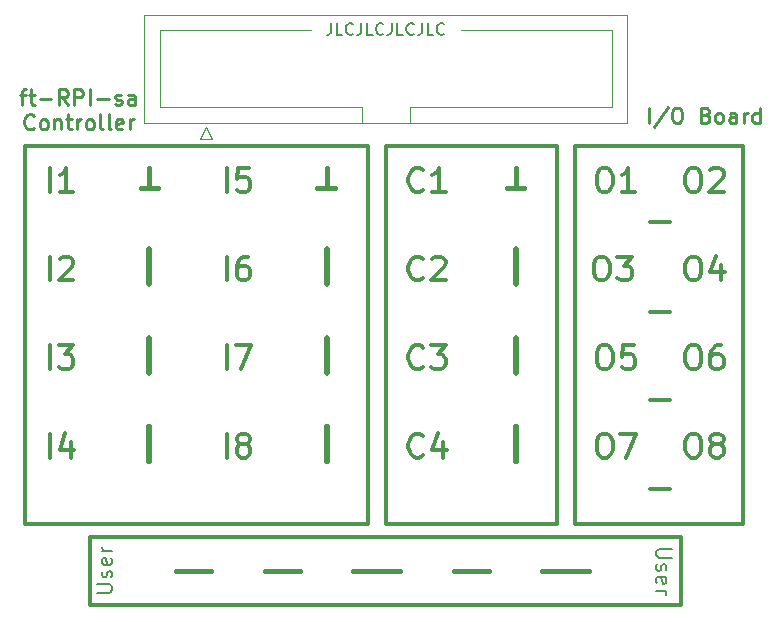
<source format=gto>
G04 #@! TF.GenerationSoftware,KiCad,Pcbnew,9.0.2*
G04 #@! TF.CreationDate,2025-06-10T18:41:31+02:00*
G04 #@! TF.ProjectId,RPI-Electronics_IO-Card.pro,5250492d-456c-4656-9374-726f6e696373,rev?*
G04 #@! TF.SameCoordinates,Original*
G04 #@! TF.FileFunction,Legend,Top*
G04 #@! TF.FilePolarity,Positive*
%FSLAX46Y46*%
G04 Gerber Fmt 4.6, Leading zero omitted, Abs format (unit mm)*
G04 Created by KiCad (PCBNEW 9.0.2) date 2025-06-10 18:41:31*
%MOMM*%
%LPD*%
G01*
G04 APERTURE LIST*
G04 Aperture macros list*
%AMFreePoly0*
4,1,5,0.750000,-0.750000,-0.750000,-0.750000,-0.750000,0.750000,0.750000,0.750000,0.750000,-0.750000,0.750000,-0.750000,$1*%
G04 Aperture macros list end*
%ADD10C,0.500000*%
%ADD11C,0.400000*%
%ADD12C,0.300000*%
%ADD13C,0.200000*%
%ADD14C,0.150000*%
%ADD15C,0.250000*%
%ADD16C,0.120000*%
%ADD17C,4.100000*%
%ADD18C,3.200000*%
%ADD19FreePoly0,90.000000*%
G04 APERTURE END LIST*
D10*
X137990000Y-91320000D02*
X137990000Y-88320000D01*
X153990000Y-83820000D02*
X153990000Y-80820000D01*
D11*
X137990000Y-66445000D02*
X137990000Y-68195000D01*
X122990000Y-66445000D02*
X122990000Y-68195000D01*
X122240000Y-68195000D02*
X123740000Y-68195000D01*
D12*
X165390000Y-86070000D02*
X167090000Y-86070000D01*
D11*
X125240000Y-100570000D02*
X128240000Y-100570000D01*
X137190000Y-68195000D02*
X138690000Y-68195000D01*
X156240000Y-100570000D02*
X160240000Y-100570000D01*
D12*
X158990000Y-64570000D02*
X173240000Y-64570000D01*
X173240000Y-96570000D01*
X158990000Y-96570000D01*
X158990000Y-64570000D01*
D11*
X132740000Y-100570000D02*
X135740000Y-100570000D01*
D12*
X165390000Y-93670000D02*
X167090000Y-93670000D01*
D10*
X153990000Y-76320000D02*
X153990000Y-73320000D01*
X122990000Y-83820000D02*
X122990000Y-80820000D01*
X122990000Y-91320000D02*
X122990000Y-88320000D01*
D12*
X142990000Y-64570000D02*
X157490000Y-64570000D01*
X157490000Y-96570000D01*
X142990000Y-96570000D01*
X142990000Y-64570000D01*
D11*
X140240000Y-100570000D02*
X144240000Y-100570000D01*
D12*
X112490000Y-64570000D02*
X141490000Y-64570000D01*
X141490000Y-96570000D01*
X112490000Y-96570000D01*
X112490000Y-64570000D01*
D10*
X153990000Y-91320000D02*
X153990000Y-88320000D01*
D12*
X118000000Y-97750000D02*
X168000000Y-97750000D01*
X168000000Y-103500000D01*
X118000000Y-103500000D01*
X118000000Y-97750000D01*
D10*
X122990000Y-76320000D02*
X122990000Y-73320000D01*
D11*
X153240000Y-68195000D02*
X154740000Y-68195000D01*
X148740000Y-100570000D02*
X151740000Y-100570000D01*
D10*
X137990000Y-83820000D02*
X137990000Y-80820000D01*
D11*
X153990000Y-66445000D02*
X153990000Y-68195000D01*
D12*
X165390000Y-71070000D02*
X167090000Y-71070000D01*
D10*
X137990000Y-76320000D02*
X137990000Y-73320000D01*
D12*
X165390000Y-78670000D02*
X167090000Y-78670000D01*
D13*
X118531004Y-102427143D02*
X119583385Y-102427143D01*
X119583385Y-102427143D02*
X119707195Y-102365238D01*
X119707195Y-102365238D02*
X119769100Y-102303333D01*
X119769100Y-102303333D02*
X119831004Y-102179524D01*
X119831004Y-102179524D02*
X119831004Y-101931905D01*
X119831004Y-101931905D02*
X119769100Y-101808095D01*
X119769100Y-101808095D02*
X119707195Y-101746190D01*
X119707195Y-101746190D02*
X119583385Y-101684286D01*
X119583385Y-101684286D02*
X118531004Y-101684286D01*
X119769100Y-101127142D02*
X119831004Y-101003333D01*
X119831004Y-101003333D02*
X119831004Y-100755714D01*
X119831004Y-100755714D02*
X119769100Y-100631904D01*
X119769100Y-100631904D02*
X119645290Y-100570000D01*
X119645290Y-100570000D02*
X119583385Y-100570000D01*
X119583385Y-100570000D02*
X119459576Y-100631904D01*
X119459576Y-100631904D02*
X119397671Y-100755714D01*
X119397671Y-100755714D02*
X119397671Y-100941428D01*
X119397671Y-100941428D02*
X119335766Y-101065238D01*
X119335766Y-101065238D02*
X119211957Y-101127142D01*
X119211957Y-101127142D02*
X119150052Y-101127142D01*
X119150052Y-101127142D02*
X119026242Y-101065238D01*
X119026242Y-101065238D02*
X118964338Y-100941428D01*
X118964338Y-100941428D02*
X118964338Y-100755714D01*
X118964338Y-100755714D02*
X119026242Y-100631904D01*
X119769100Y-99517619D02*
X119831004Y-99641428D01*
X119831004Y-99641428D02*
X119831004Y-99889047D01*
X119831004Y-99889047D02*
X119769100Y-100012857D01*
X119769100Y-100012857D02*
X119645290Y-100074761D01*
X119645290Y-100074761D02*
X119150052Y-100074761D01*
X119150052Y-100074761D02*
X119026242Y-100012857D01*
X119026242Y-100012857D02*
X118964338Y-99889047D01*
X118964338Y-99889047D02*
X118964338Y-99641428D01*
X118964338Y-99641428D02*
X119026242Y-99517619D01*
X119026242Y-99517619D02*
X119150052Y-99455714D01*
X119150052Y-99455714D02*
X119273861Y-99455714D01*
X119273861Y-99455714D02*
X119397671Y-100074761D01*
X119831004Y-98898571D02*
X118964338Y-98898571D01*
X119211957Y-98898571D02*
X119088147Y-98836666D01*
X119088147Y-98836666D02*
X119026242Y-98774761D01*
X119026242Y-98774761D02*
X118964338Y-98650952D01*
X118964338Y-98650952D02*
X118964338Y-98527142D01*
X167198995Y-98712856D02*
X166146614Y-98712856D01*
X166146614Y-98712856D02*
X166022804Y-98774761D01*
X166022804Y-98774761D02*
X165960900Y-98836666D01*
X165960900Y-98836666D02*
X165898995Y-98960475D01*
X165898995Y-98960475D02*
X165898995Y-99208094D01*
X165898995Y-99208094D02*
X165960900Y-99331904D01*
X165960900Y-99331904D02*
X166022804Y-99393809D01*
X166022804Y-99393809D02*
X166146614Y-99455713D01*
X166146614Y-99455713D02*
X167198995Y-99455713D01*
X165960900Y-100012857D02*
X165898995Y-100136666D01*
X165898995Y-100136666D02*
X165898995Y-100384285D01*
X165898995Y-100384285D02*
X165960900Y-100508095D01*
X165960900Y-100508095D02*
X166084709Y-100569999D01*
X166084709Y-100569999D02*
X166146614Y-100569999D01*
X166146614Y-100569999D02*
X166270423Y-100508095D01*
X166270423Y-100508095D02*
X166332328Y-100384285D01*
X166332328Y-100384285D02*
X166332328Y-100198571D01*
X166332328Y-100198571D02*
X166394233Y-100074761D01*
X166394233Y-100074761D02*
X166518042Y-100012857D01*
X166518042Y-100012857D02*
X166579947Y-100012857D01*
X166579947Y-100012857D02*
X166703757Y-100074761D01*
X166703757Y-100074761D02*
X166765661Y-100198571D01*
X166765661Y-100198571D02*
X166765661Y-100384285D01*
X166765661Y-100384285D02*
X166703757Y-100508095D01*
X165960900Y-101622380D02*
X165898995Y-101498571D01*
X165898995Y-101498571D02*
X165898995Y-101250952D01*
X165898995Y-101250952D02*
X165960900Y-101127142D01*
X165960900Y-101127142D02*
X166084709Y-101065238D01*
X166084709Y-101065238D02*
X166579947Y-101065238D01*
X166579947Y-101065238D02*
X166703757Y-101127142D01*
X166703757Y-101127142D02*
X166765661Y-101250952D01*
X166765661Y-101250952D02*
X166765661Y-101498571D01*
X166765661Y-101498571D02*
X166703757Y-101622380D01*
X166703757Y-101622380D02*
X166579947Y-101684285D01*
X166579947Y-101684285D02*
X166456138Y-101684285D01*
X166456138Y-101684285D02*
X166332328Y-101065238D01*
X165898995Y-102241428D02*
X166765661Y-102241428D01*
X166518042Y-102241428D02*
X166641852Y-102303333D01*
X166641852Y-102303333D02*
X166703757Y-102365238D01*
X166703757Y-102365238D02*
X166765661Y-102489047D01*
X166765661Y-102489047D02*
X166765661Y-102612857D01*
D14*
X138370951Y-54191819D02*
X138370951Y-54906104D01*
X138370951Y-54906104D02*
X138323332Y-55048961D01*
X138323332Y-55048961D02*
X138228094Y-55144200D01*
X138228094Y-55144200D02*
X138085237Y-55191819D01*
X138085237Y-55191819D02*
X137989999Y-55191819D01*
X139323332Y-55191819D02*
X138847142Y-55191819D01*
X138847142Y-55191819D02*
X138847142Y-54191819D01*
X140228094Y-55096580D02*
X140180475Y-55144200D01*
X140180475Y-55144200D02*
X140037618Y-55191819D01*
X140037618Y-55191819D02*
X139942380Y-55191819D01*
X139942380Y-55191819D02*
X139799523Y-55144200D01*
X139799523Y-55144200D02*
X139704285Y-55048961D01*
X139704285Y-55048961D02*
X139656666Y-54953723D01*
X139656666Y-54953723D02*
X139609047Y-54763247D01*
X139609047Y-54763247D02*
X139609047Y-54620390D01*
X139609047Y-54620390D02*
X139656666Y-54429914D01*
X139656666Y-54429914D02*
X139704285Y-54334676D01*
X139704285Y-54334676D02*
X139799523Y-54239438D01*
X139799523Y-54239438D02*
X139942380Y-54191819D01*
X139942380Y-54191819D02*
X140037618Y-54191819D01*
X140037618Y-54191819D02*
X140180475Y-54239438D01*
X140180475Y-54239438D02*
X140228094Y-54287057D01*
X140942380Y-54191819D02*
X140942380Y-54906104D01*
X140942380Y-54906104D02*
X140894761Y-55048961D01*
X140894761Y-55048961D02*
X140799523Y-55144200D01*
X140799523Y-55144200D02*
X140656666Y-55191819D01*
X140656666Y-55191819D02*
X140561428Y-55191819D01*
X141894761Y-55191819D02*
X141418571Y-55191819D01*
X141418571Y-55191819D02*
X141418571Y-54191819D01*
X142799523Y-55096580D02*
X142751904Y-55144200D01*
X142751904Y-55144200D02*
X142609047Y-55191819D01*
X142609047Y-55191819D02*
X142513809Y-55191819D01*
X142513809Y-55191819D02*
X142370952Y-55144200D01*
X142370952Y-55144200D02*
X142275714Y-55048961D01*
X142275714Y-55048961D02*
X142228095Y-54953723D01*
X142228095Y-54953723D02*
X142180476Y-54763247D01*
X142180476Y-54763247D02*
X142180476Y-54620390D01*
X142180476Y-54620390D02*
X142228095Y-54429914D01*
X142228095Y-54429914D02*
X142275714Y-54334676D01*
X142275714Y-54334676D02*
X142370952Y-54239438D01*
X142370952Y-54239438D02*
X142513809Y-54191819D01*
X142513809Y-54191819D02*
X142609047Y-54191819D01*
X142609047Y-54191819D02*
X142751904Y-54239438D01*
X142751904Y-54239438D02*
X142799523Y-54287057D01*
X143513809Y-54191819D02*
X143513809Y-54906104D01*
X143513809Y-54906104D02*
X143466190Y-55048961D01*
X143466190Y-55048961D02*
X143370952Y-55144200D01*
X143370952Y-55144200D02*
X143228095Y-55191819D01*
X143228095Y-55191819D02*
X143132857Y-55191819D01*
X144466190Y-55191819D02*
X143990000Y-55191819D01*
X143990000Y-55191819D02*
X143990000Y-54191819D01*
X145370952Y-55096580D02*
X145323333Y-55144200D01*
X145323333Y-55144200D02*
X145180476Y-55191819D01*
X145180476Y-55191819D02*
X145085238Y-55191819D01*
X145085238Y-55191819D02*
X144942381Y-55144200D01*
X144942381Y-55144200D02*
X144847143Y-55048961D01*
X144847143Y-55048961D02*
X144799524Y-54953723D01*
X144799524Y-54953723D02*
X144751905Y-54763247D01*
X144751905Y-54763247D02*
X144751905Y-54620390D01*
X144751905Y-54620390D02*
X144799524Y-54429914D01*
X144799524Y-54429914D02*
X144847143Y-54334676D01*
X144847143Y-54334676D02*
X144942381Y-54239438D01*
X144942381Y-54239438D02*
X145085238Y-54191819D01*
X145085238Y-54191819D02*
X145180476Y-54191819D01*
X145180476Y-54191819D02*
X145323333Y-54239438D01*
X145323333Y-54239438D02*
X145370952Y-54287057D01*
X146085238Y-54191819D02*
X146085238Y-54906104D01*
X146085238Y-54906104D02*
X146037619Y-55048961D01*
X146037619Y-55048961D02*
X145942381Y-55144200D01*
X145942381Y-55144200D02*
X145799524Y-55191819D01*
X145799524Y-55191819D02*
X145704286Y-55191819D01*
X147037619Y-55191819D02*
X146561429Y-55191819D01*
X146561429Y-55191819D02*
X146561429Y-54191819D01*
X147942381Y-55096580D02*
X147894762Y-55144200D01*
X147894762Y-55144200D02*
X147751905Y-55191819D01*
X147751905Y-55191819D02*
X147656667Y-55191819D01*
X147656667Y-55191819D02*
X147513810Y-55144200D01*
X147513810Y-55144200D02*
X147418572Y-55048961D01*
X147418572Y-55048961D02*
X147370953Y-54953723D01*
X147370953Y-54953723D02*
X147323334Y-54763247D01*
X147323334Y-54763247D02*
X147323334Y-54620390D01*
X147323334Y-54620390D02*
X147370953Y-54429914D01*
X147370953Y-54429914D02*
X147418572Y-54334676D01*
X147418572Y-54334676D02*
X147513810Y-54239438D01*
X147513810Y-54239438D02*
X147656667Y-54191819D01*
X147656667Y-54191819D02*
X147751905Y-54191819D01*
X147751905Y-54191819D02*
X147894762Y-54239438D01*
X147894762Y-54239438D02*
X147942381Y-54287057D01*
D15*
X112037619Y-60245275D02*
X112532857Y-60245275D01*
X112223333Y-61111941D02*
X112223333Y-59997656D01*
X112223333Y-59997656D02*
X112285238Y-59873846D01*
X112285238Y-59873846D02*
X112409048Y-59811941D01*
X112409048Y-59811941D02*
X112532857Y-59811941D01*
X112780476Y-60245275D02*
X113275714Y-60245275D01*
X112966190Y-59811941D02*
X112966190Y-60926227D01*
X112966190Y-60926227D02*
X113028095Y-61050037D01*
X113028095Y-61050037D02*
X113151905Y-61111941D01*
X113151905Y-61111941D02*
X113275714Y-61111941D01*
X113709047Y-60616703D02*
X114699524Y-60616703D01*
X116061428Y-61111941D02*
X115628095Y-60492894D01*
X115318571Y-61111941D02*
X115318571Y-59811941D01*
X115318571Y-59811941D02*
X115813809Y-59811941D01*
X115813809Y-59811941D02*
X115937619Y-59873846D01*
X115937619Y-59873846D02*
X115999524Y-59935751D01*
X115999524Y-59935751D02*
X116061428Y-60059560D01*
X116061428Y-60059560D02*
X116061428Y-60245275D01*
X116061428Y-60245275D02*
X115999524Y-60369084D01*
X115999524Y-60369084D02*
X115937619Y-60430989D01*
X115937619Y-60430989D02*
X115813809Y-60492894D01*
X115813809Y-60492894D02*
X115318571Y-60492894D01*
X116618571Y-61111941D02*
X116618571Y-59811941D01*
X116618571Y-59811941D02*
X117113809Y-59811941D01*
X117113809Y-59811941D02*
X117237619Y-59873846D01*
X117237619Y-59873846D02*
X117299524Y-59935751D01*
X117299524Y-59935751D02*
X117361428Y-60059560D01*
X117361428Y-60059560D02*
X117361428Y-60245275D01*
X117361428Y-60245275D02*
X117299524Y-60369084D01*
X117299524Y-60369084D02*
X117237619Y-60430989D01*
X117237619Y-60430989D02*
X117113809Y-60492894D01*
X117113809Y-60492894D02*
X116618571Y-60492894D01*
X117918571Y-61111941D02*
X117918571Y-59811941D01*
X118537619Y-60616703D02*
X119528096Y-60616703D01*
X120085239Y-61050037D02*
X120209048Y-61111941D01*
X120209048Y-61111941D02*
X120456667Y-61111941D01*
X120456667Y-61111941D02*
X120580477Y-61050037D01*
X120580477Y-61050037D02*
X120642381Y-60926227D01*
X120642381Y-60926227D02*
X120642381Y-60864322D01*
X120642381Y-60864322D02*
X120580477Y-60740513D01*
X120580477Y-60740513D02*
X120456667Y-60678608D01*
X120456667Y-60678608D02*
X120270953Y-60678608D01*
X120270953Y-60678608D02*
X120147143Y-60616703D01*
X120147143Y-60616703D02*
X120085239Y-60492894D01*
X120085239Y-60492894D02*
X120085239Y-60430989D01*
X120085239Y-60430989D02*
X120147143Y-60307179D01*
X120147143Y-60307179D02*
X120270953Y-60245275D01*
X120270953Y-60245275D02*
X120456667Y-60245275D01*
X120456667Y-60245275D02*
X120580477Y-60307179D01*
X121756667Y-61111941D02*
X121756667Y-60430989D01*
X121756667Y-60430989D02*
X121694762Y-60307179D01*
X121694762Y-60307179D02*
X121570953Y-60245275D01*
X121570953Y-60245275D02*
X121323334Y-60245275D01*
X121323334Y-60245275D02*
X121199524Y-60307179D01*
X121756667Y-61050037D02*
X121632858Y-61111941D01*
X121632858Y-61111941D02*
X121323334Y-61111941D01*
X121323334Y-61111941D02*
X121199524Y-61050037D01*
X121199524Y-61050037D02*
X121137620Y-60926227D01*
X121137620Y-60926227D02*
X121137620Y-60802417D01*
X121137620Y-60802417D02*
X121199524Y-60678608D01*
X121199524Y-60678608D02*
X121323334Y-60616703D01*
X121323334Y-60616703D02*
X121632858Y-60616703D01*
X121632858Y-60616703D02*
X121756667Y-60554798D01*
X113213810Y-63081059D02*
X113151906Y-63142964D01*
X113151906Y-63142964D02*
X112966191Y-63204868D01*
X112966191Y-63204868D02*
X112842382Y-63204868D01*
X112842382Y-63204868D02*
X112656668Y-63142964D01*
X112656668Y-63142964D02*
X112532858Y-63019154D01*
X112532858Y-63019154D02*
X112470953Y-62895344D01*
X112470953Y-62895344D02*
X112409049Y-62647725D01*
X112409049Y-62647725D02*
X112409049Y-62462011D01*
X112409049Y-62462011D02*
X112470953Y-62214392D01*
X112470953Y-62214392D02*
X112532858Y-62090583D01*
X112532858Y-62090583D02*
X112656668Y-61966773D01*
X112656668Y-61966773D02*
X112842382Y-61904868D01*
X112842382Y-61904868D02*
X112966191Y-61904868D01*
X112966191Y-61904868D02*
X113151906Y-61966773D01*
X113151906Y-61966773D02*
X113213810Y-62028678D01*
X113956668Y-63204868D02*
X113832858Y-63142964D01*
X113832858Y-63142964D02*
X113770953Y-63081059D01*
X113770953Y-63081059D02*
X113709049Y-62957249D01*
X113709049Y-62957249D02*
X113709049Y-62585821D01*
X113709049Y-62585821D02*
X113770953Y-62462011D01*
X113770953Y-62462011D02*
X113832858Y-62400106D01*
X113832858Y-62400106D02*
X113956668Y-62338202D01*
X113956668Y-62338202D02*
X114142382Y-62338202D01*
X114142382Y-62338202D02*
X114266191Y-62400106D01*
X114266191Y-62400106D02*
X114328096Y-62462011D01*
X114328096Y-62462011D02*
X114390001Y-62585821D01*
X114390001Y-62585821D02*
X114390001Y-62957249D01*
X114390001Y-62957249D02*
X114328096Y-63081059D01*
X114328096Y-63081059D02*
X114266191Y-63142964D01*
X114266191Y-63142964D02*
X114142382Y-63204868D01*
X114142382Y-63204868D02*
X113956668Y-63204868D01*
X114947143Y-62338202D02*
X114947143Y-63204868D01*
X114947143Y-62462011D02*
X115009048Y-62400106D01*
X115009048Y-62400106D02*
X115132858Y-62338202D01*
X115132858Y-62338202D02*
X115318572Y-62338202D01*
X115318572Y-62338202D02*
X115442381Y-62400106D01*
X115442381Y-62400106D02*
X115504286Y-62523916D01*
X115504286Y-62523916D02*
X115504286Y-63204868D01*
X115937619Y-62338202D02*
X116432857Y-62338202D01*
X116123333Y-61904868D02*
X116123333Y-63019154D01*
X116123333Y-63019154D02*
X116185238Y-63142964D01*
X116185238Y-63142964D02*
X116309048Y-63204868D01*
X116309048Y-63204868D02*
X116432857Y-63204868D01*
X116866190Y-63204868D02*
X116866190Y-62338202D01*
X116866190Y-62585821D02*
X116928095Y-62462011D01*
X116928095Y-62462011D02*
X116990000Y-62400106D01*
X116990000Y-62400106D02*
X117113809Y-62338202D01*
X117113809Y-62338202D02*
X117237619Y-62338202D01*
X117856667Y-63204868D02*
X117732857Y-63142964D01*
X117732857Y-63142964D02*
X117670952Y-63081059D01*
X117670952Y-63081059D02*
X117609048Y-62957249D01*
X117609048Y-62957249D02*
X117609048Y-62585821D01*
X117609048Y-62585821D02*
X117670952Y-62462011D01*
X117670952Y-62462011D02*
X117732857Y-62400106D01*
X117732857Y-62400106D02*
X117856667Y-62338202D01*
X117856667Y-62338202D02*
X118042381Y-62338202D01*
X118042381Y-62338202D02*
X118166190Y-62400106D01*
X118166190Y-62400106D02*
X118228095Y-62462011D01*
X118228095Y-62462011D02*
X118290000Y-62585821D01*
X118290000Y-62585821D02*
X118290000Y-62957249D01*
X118290000Y-62957249D02*
X118228095Y-63081059D01*
X118228095Y-63081059D02*
X118166190Y-63142964D01*
X118166190Y-63142964D02*
X118042381Y-63204868D01*
X118042381Y-63204868D02*
X117856667Y-63204868D01*
X119032857Y-63204868D02*
X118909047Y-63142964D01*
X118909047Y-63142964D02*
X118847142Y-63019154D01*
X118847142Y-63019154D02*
X118847142Y-61904868D01*
X119713809Y-63204868D02*
X119589999Y-63142964D01*
X119589999Y-63142964D02*
X119528094Y-63019154D01*
X119528094Y-63019154D02*
X119528094Y-61904868D01*
X120704284Y-63142964D02*
X120580475Y-63204868D01*
X120580475Y-63204868D02*
X120332856Y-63204868D01*
X120332856Y-63204868D02*
X120209046Y-63142964D01*
X120209046Y-63142964D02*
X120147142Y-63019154D01*
X120147142Y-63019154D02*
X120147142Y-62523916D01*
X120147142Y-62523916D02*
X120209046Y-62400106D01*
X120209046Y-62400106D02*
X120332856Y-62338202D01*
X120332856Y-62338202D02*
X120580475Y-62338202D01*
X120580475Y-62338202D02*
X120704284Y-62400106D01*
X120704284Y-62400106D02*
X120766189Y-62523916D01*
X120766189Y-62523916D02*
X120766189Y-62647725D01*
X120766189Y-62647725D02*
X120147142Y-62771535D01*
X121323332Y-63204868D02*
X121323332Y-62338202D01*
X121323332Y-62585821D02*
X121385237Y-62462011D01*
X121385237Y-62462011D02*
X121447142Y-62400106D01*
X121447142Y-62400106D02*
X121570951Y-62338202D01*
X121570951Y-62338202D02*
X121694761Y-62338202D01*
X165316190Y-62658404D02*
X165316190Y-61358404D01*
X166863810Y-61296500D02*
X165749524Y-62967928D01*
X167544762Y-61358404D02*
X167792381Y-61358404D01*
X167792381Y-61358404D02*
X167916191Y-61420309D01*
X167916191Y-61420309D02*
X168040000Y-61544119D01*
X168040000Y-61544119D02*
X168101905Y-61791738D01*
X168101905Y-61791738D02*
X168101905Y-62225071D01*
X168101905Y-62225071D02*
X168040000Y-62472690D01*
X168040000Y-62472690D02*
X167916191Y-62596500D01*
X167916191Y-62596500D02*
X167792381Y-62658404D01*
X167792381Y-62658404D02*
X167544762Y-62658404D01*
X167544762Y-62658404D02*
X167420953Y-62596500D01*
X167420953Y-62596500D02*
X167297143Y-62472690D01*
X167297143Y-62472690D02*
X167235239Y-62225071D01*
X167235239Y-62225071D02*
X167235239Y-61791738D01*
X167235239Y-61791738D02*
X167297143Y-61544119D01*
X167297143Y-61544119D02*
X167420953Y-61420309D01*
X167420953Y-61420309D02*
X167544762Y-61358404D01*
X170082858Y-61977452D02*
X170268572Y-62039357D01*
X170268572Y-62039357D02*
X170330477Y-62101261D01*
X170330477Y-62101261D02*
X170392381Y-62225071D01*
X170392381Y-62225071D02*
X170392381Y-62410785D01*
X170392381Y-62410785D02*
X170330477Y-62534595D01*
X170330477Y-62534595D02*
X170268572Y-62596500D01*
X170268572Y-62596500D02*
X170144762Y-62658404D01*
X170144762Y-62658404D02*
X169649524Y-62658404D01*
X169649524Y-62658404D02*
X169649524Y-61358404D01*
X169649524Y-61358404D02*
X170082858Y-61358404D01*
X170082858Y-61358404D02*
X170206667Y-61420309D01*
X170206667Y-61420309D02*
X170268572Y-61482214D01*
X170268572Y-61482214D02*
X170330477Y-61606023D01*
X170330477Y-61606023D02*
X170330477Y-61729833D01*
X170330477Y-61729833D02*
X170268572Y-61853642D01*
X170268572Y-61853642D02*
X170206667Y-61915547D01*
X170206667Y-61915547D02*
X170082858Y-61977452D01*
X170082858Y-61977452D02*
X169649524Y-61977452D01*
X171135239Y-62658404D02*
X171011429Y-62596500D01*
X171011429Y-62596500D02*
X170949524Y-62534595D01*
X170949524Y-62534595D02*
X170887620Y-62410785D01*
X170887620Y-62410785D02*
X170887620Y-62039357D01*
X170887620Y-62039357D02*
X170949524Y-61915547D01*
X170949524Y-61915547D02*
X171011429Y-61853642D01*
X171011429Y-61853642D02*
X171135239Y-61791738D01*
X171135239Y-61791738D02*
X171320953Y-61791738D01*
X171320953Y-61791738D02*
X171444762Y-61853642D01*
X171444762Y-61853642D02*
X171506667Y-61915547D01*
X171506667Y-61915547D02*
X171568572Y-62039357D01*
X171568572Y-62039357D02*
X171568572Y-62410785D01*
X171568572Y-62410785D02*
X171506667Y-62534595D01*
X171506667Y-62534595D02*
X171444762Y-62596500D01*
X171444762Y-62596500D02*
X171320953Y-62658404D01*
X171320953Y-62658404D02*
X171135239Y-62658404D01*
X172682857Y-62658404D02*
X172682857Y-61977452D01*
X172682857Y-61977452D02*
X172620952Y-61853642D01*
X172620952Y-61853642D02*
X172497143Y-61791738D01*
X172497143Y-61791738D02*
X172249524Y-61791738D01*
X172249524Y-61791738D02*
X172125714Y-61853642D01*
X172682857Y-62596500D02*
X172559048Y-62658404D01*
X172559048Y-62658404D02*
X172249524Y-62658404D01*
X172249524Y-62658404D02*
X172125714Y-62596500D01*
X172125714Y-62596500D02*
X172063810Y-62472690D01*
X172063810Y-62472690D02*
X172063810Y-62348880D01*
X172063810Y-62348880D02*
X172125714Y-62225071D01*
X172125714Y-62225071D02*
X172249524Y-62163166D01*
X172249524Y-62163166D02*
X172559048Y-62163166D01*
X172559048Y-62163166D02*
X172682857Y-62101261D01*
X173301904Y-62658404D02*
X173301904Y-61791738D01*
X173301904Y-62039357D02*
X173363809Y-61915547D01*
X173363809Y-61915547D02*
X173425714Y-61853642D01*
X173425714Y-61853642D02*
X173549523Y-61791738D01*
X173549523Y-61791738D02*
X173673333Y-61791738D01*
X174663809Y-62658404D02*
X174663809Y-61358404D01*
X174663809Y-62596500D02*
X174540000Y-62658404D01*
X174540000Y-62658404D02*
X174292381Y-62658404D01*
X174292381Y-62658404D02*
X174168571Y-62596500D01*
X174168571Y-62596500D02*
X174106666Y-62534595D01*
X174106666Y-62534595D02*
X174044762Y-62410785D01*
X174044762Y-62410785D02*
X174044762Y-62039357D01*
X174044762Y-62039357D02*
X174106666Y-61915547D01*
X174106666Y-61915547D02*
X174168571Y-61853642D01*
X174168571Y-61853642D02*
X174292381Y-61791738D01*
X174292381Y-61791738D02*
X174540000Y-61791738D01*
X174540000Y-61791738D02*
X174663809Y-61853642D01*
D12*
X129537619Y-83479638D02*
X129537619Y-81479638D01*
X130299524Y-81479638D02*
X131632857Y-81479638D01*
X131632857Y-81479638D02*
X130775714Y-83479638D01*
X168847142Y-73979638D02*
X169228095Y-73979638D01*
X169228095Y-73979638D02*
X169418571Y-74074876D01*
X169418571Y-74074876D02*
X169609047Y-74265352D01*
X169609047Y-74265352D02*
X169704285Y-74646304D01*
X169704285Y-74646304D02*
X169704285Y-75312971D01*
X169704285Y-75312971D02*
X169609047Y-75693923D01*
X169609047Y-75693923D02*
X169418571Y-75884400D01*
X169418571Y-75884400D02*
X169228095Y-75979638D01*
X169228095Y-75979638D02*
X168847142Y-75979638D01*
X168847142Y-75979638D02*
X168656666Y-75884400D01*
X168656666Y-75884400D02*
X168466190Y-75693923D01*
X168466190Y-75693923D02*
X168370952Y-75312971D01*
X168370952Y-75312971D02*
X168370952Y-74646304D01*
X168370952Y-74646304D02*
X168466190Y-74265352D01*
X168466190Y-74265352D02*
X168656666Y-74074876D01*
X168656666Y-74074876D02*
X168847142Y-73979638D01*
X171418571Y-74646304D02*
X171418571Y-75979638D01*
X170942380Y-73884400D02*
X170466190Y-75312971D01*
X170466190Y-75312971D02*
X171704285Y-75312971D01*
X161097142Y-73979638D02*
X161478095Y-73979638D01*
X161478095Y-73979638D02*
X161668571Y-74074876D01*
X161668571Y-74074876D02*
X161859047Y-74265352D01*
X161859047Y-74265352D02*
X161954285Y-74646304D01*
X161954285Y-74646304D02*
X161954285Y-75312971D01*
X161954285Y-75312971D02*
X161859047Y-75693923D01*
X161859047Y-75693923D02*
X161668571Y-75884400D01*
X161668571Y-75884400D02*
X161478095Y-75979638D01*
X161478095Y-75979638D02*
X161097142Y-75979638D01*
X161097142Y-75979638D02*
X160906666Y-75884400D01*
X160906666Y-75884400D02*
X160716190Y-75693923D01*
X160716190Y-75693923D02*
X160620952Y-75312971D01*
X160620952Y-75312971D02*
X160620952Y-74646304D01*
X160620952Y-74646304D02*
X160716190Y-74265352D01*
X160716190Y-74265352D02*
X160906666Y-74074876D01*
X160906666Y-74074876D02*
X161097142Y-73979638D01*
X162620952Y-73979638D02*
X163859047Y-73979638D01*
X163859047Y-73979638D02*
X163192380Y-74741542D01*
X163192380Y-74741542D02*
X163478095Y-74741542D01*
X163478095Y-74741542D02*
X163668571Y-74836780D01*
X163668571Y-74836780D02*
X163763809Y-74932019D01*
X163763809Y-74932019D02*
X163859047Y-75122495D01*
X163859047Y-75122495D02*
X163859047Y-75598685D01*
X163859047Y-75598685D02*
X163763809Y-75789161D01*
X163763809Y-75789161D02*
X163668571Y-75884400D01*
X163668571Y-75884400D02*
X163478095Y-75979638D01*
X163478095Y-75979638D02*
X162906666Y-75979638D01*
X162906666Y-75979638D02*
X162716190Y-75884400D01*
X162716190Y-75884400D02*
X162620952Y-75789161D01*
X146156666Y-90789161D02*
X146061428Y-90884400D01*
X146061428Y-90884400D02*
X145775714Y-90979638D01*
X145775714Y-90979638D02*
X145585238Y-90979638D01*
X145585238Y-90979638D02*
X145299523Y-90884400D01*
X145299523Y-90884400D02*
X145109047Y-90693923D01*
X145109047Y-90693923D02*
X145013809Y-90503447D01*
X145013809Y-90503447D02*
X144918571Y-90122495D01*
X144918571Y-90122495D02*
X144918571Y-89836780D01*
X144918571Y-89836780D02*
X145013809Y-89455828D01*
X145013809Y-89455828D02*
X145109047Y-89265352D01*
X145109047Y-89265352D02*
X145299523Y-89074876D01*
X145299523Y-89074876D02*
X145585238Y-88979638D01*
X145585238Y-88979638D02*
X145775714Y-88979638D01*
X145775714Y-88979638D02*
X146061428Y-89074876D01*
X146061428Y-89074876D02*
X146156666Y-89170114D01*
X147870952Y-89646304D02*
X147870952Y-90979638D01*
X147394761Y-88884400D02*
X146918571Y-90312971D01*
X146918571Y-90312971D02*
X148156666Y-90312971D01*
X146156666Y-68289161D02*
X146061428Y-68384400D01*
X146061428Y-68384400D02*
X145775714Y-68479638D01*
X145775714Y-68479638D02*
X145585238Y-68479638D01*
X145585238Y-68479638D02*
X145299523Y-68384400D01*
X145299523Y-68384400D02*
X145109047Y-68193923D01*
X145109047Y-68193923D02*
X145013809Y-68003447D01*
X145013809Y-68003447D02*
X144918571Y-67622495D01*
X144918571Y-67622495D02*
X144918571Y-67336780D01*
X144918571Y-67336780D02*
X145013809Y-66955828D01*
X145013809Y-66955828D02*
X145109047Y-66765352D01*
X145109047Y-66765352D02*
X145299523Y-66574876D01*
X145299523Y-66574876D02*
X145585238Y-66479638D01*
X145585238Y-66479638D02*
X145775714Y-66479638D01*
X145775714Y-66479638D02*
X146061428Y-66574876D01*
X146061428Y-66574876D02*
X146156666Y-66670114D01*
X148061428Y-68479638D02*
X146918571Y-68479638D01*
X147489999Y-68479638D02*
X147489999Y-66479638D01*
X147489999Y-66479638D02*
X147299523Y-66765352D01*
X147299523Y-66765352D02*
X147109047Y-66955828D01*
X147109047Y-66955828D02*
X146918571Y-67051066D01*
X168847142Y-81479638D02*
X169228095Y-81479638D01*
X169228095Y-81479638D02*
X169418571Y-81574876D01*
X169418571Y-81574876D02*
X169609047Y-81765352D01*
X169609047Y-81765352D02*
X169704285Y-82146304D01*
X169704285Y-82146304D02*
X169704285Y-82812971D01*
X169704285Y-82812971D02*
X169609047Y-83193923D01*
X169609047Y-83193923D02*
X169418571Y-83384400D01*
X169418571Y-83384400D02*
X169228095Y-83479638D01*
X169228095Y-83479638D02*
X168847142Y-83479638D01*
X168847142Y-83479638D02*
X168656666Y-83384400D01*
X168656666Y-83384400D02*
X168466190Y-83193923D01*
X168466190Y-83193923D02*
X168370952Y-82812971D01*
X168370952Y-82812971D02*
X168370952Y-82146304D01*
X168370952Y-82146304D02*
X168466190Y-81765352D01*
X168466190Y-81765352D02*
X168656666Y-81574876D01*
X168656666Y-81574876D02*
X168847142Y-81479638D01*
X171418571Y-81479638D02*
X171037618Y-81479638D01*
X171037618Y-81479638D02*
X170847142Y-81574876D01*
X170847142Y-81574876D02*
X170751904Y-81670114D01*
X170751904Y-81670114D02*
X170561428Y-81955828D01*
X170561428Y-81955828D02*
X170466190Y-82336780D01*
X170466190Y-82336780D02*
X170466190Y-83098685D01*
X170466190Y-83098685D02*
X170561428Y-83289161D01*
X170561428Y-83289161D02*
X170656666Y-83384400D01*
X170656666Y-83384400D02*
X170847142Y-83479638D01*
X170847142Y-83479638D02*
X171228095Y-83479638D01*
X171228095Y-83479638D02*
X171418571Y-83384400D01*
X171418571Y-83384400D02*
X171513809Y-83289161D01*
X171513809Y-83289161D02*
X171609047Y-83098685D01*
X171609047Y-83098685D02*
X171609047Y-82622495D01*
X171609047Y-82622495D02*
X171513809Y-82432019D01*
X171513809Y-82432019D02*
X171418571Y-82336780D01*
X171418571Y-82336780D02*
X171228095Y-82241542D01*
X171228095Y-82241542D02*
X170847142Y-82241542D01*
X170847142Y-82241542D02*
X170656666Y-82336780D01*
X170656666Y-82336780D02*
X170561428Y-82432019D01*
X170561428Y-82432019D02*
X170466190Y-82622495D01*
X114537619Y-90979638D02*
X114537619Y-88979638D01*
X116347143Y-89646304D02*
X116347143Y-90979638D01*
X115870952Y-88884400D02*
X115394762Y-90312971D01*
X115394762Y-90312971D02*
X116632857Y-90312971D01*
X161347142Y-88979638D02*
X161728095Y-88979638D01*
X161728095Y-88979638D02*
X161918571Y-89074876D01*
X161918571Y-89074876D02*
X162109047Y-89265352D01*
X162109047Y-89265352D02*
X162204285Y-89646304D01*
X162204285Y-89646304D02*
X162204285Y-90312971D01*
X162204285Y-90312971D02*
X162109047Y-90693923D01*
X162109047Y-90693923D02*
X161918571Y-90884400D01*
X161918571Y-90884400D02*
X161728095Y-90979638D01*
X161728095Y-90979638D02*
X161347142Y-90979638D01*
X161347142Y-90979638D02*
X161156666Y-90884400D01*
X161156666Y-90884400D02*
X160966190Y-90693923D01*
X160966190Y-90693923D02*
X160870952Y-90312971D01*
X160870952Y-90312971D02*
X160870952Y-89646304D01*
X160870952Y-89646304D02*
X160966190Y-89265352D01*
X160966190Y-89265352D02*
X161156666Y-89074876D01*
X161156666Y-89074876D02*
X161347142Y-88979638D01*
X162870952Y-88979638D02*
X164204285Y-88979638D01*
X164204285Y-88979638D02*
X163347142Y-90979638D01*
X129537619Y-68479638D02*
X129537619Y-66479638D01*
X131442381Y-66479638D02*
X130490000Y-66479638D01*
X130490000Y-66479638D02*
X130394762Y-67432019D01*
X130394762Y-67432019D02*
X130490000Y-67336780D01*
X130490000Y-67336780D02*
X130680476Y-67241542D01*
X130680476Y-67241542D02*
X131156667Y-67241542D01*
X131156667Y-67241542D02*
X131347143Y-67336780D01*
X131347143Y-67336780D02*
X131442381Y-67432019D01*
X131442381Y-67432019D02*
X131537619Y-67622495D01*
X131537619Y-67622495D02*
X131537619Y-68098685D01*
X131537619Y-68098685D02*
X131442381Y-68289161D01*
X131442381Y-68289161D02*
X131347143Y-68384400D01*
X131347143Y-68384400D02*
X131156667Y-68479638D01*
X131156667Y-68479638D02*
X130680476Y-68479638D01*
X130680476Y-68479638D02*
X130490000Y-68384400D01*
X130490000Y-68384400D02*
X130394762Y-68289161D01*
X146156666Y-83289161D02*
X146061428Y-83384400D01*
X146061428Y-83384400D02*
X145775714Y-83479638D01*
X145775714Y-83479638D02*
X145585238Y-83479638D01*
X145585238Y-83479638D02*
X145299523Y-83384400D01*
X145299523Y-83384400D02*
X145109047Y-83193923D01*
X145109047Y-83193923D02*
X145013809Y-83003447D01*
X145013809Y-83003447D02*
X144918571Y-82622495D01*
X144918571Y-82622495D02*
X144918571Y-82336780D01*
X144918571Y-82336780D02*
X145013809Y-81955828D01*
X145013809Y-81955828D02*
X145109047Y-81765352D01*
X145109047Y-81765352D02*
X145299523Y-81574876D01*
X145299523Y-81574876D02*
X145585238Y-81479638D01*
X145585238Y-81479638D02*
X145775714Y-81479638D01*
X145775714Y-81479638D02*
X146061428Y-81574876D01*
X146061428Y-81574876D02*
X146156666Y-81670114D01*
X146823333Y-81479638D02*
X148061428Y-81479638D01*
X148061428Y-81479638D02*
X147394761Y-82241542D01*
X147394761Y-82241542D02*
X147680476Y-82241542D01*
X147680476Y-82241542D02*
X147870952Y-82336780D01*
X147870952Y-82336780D02*
X147966190Y-82432019D01*
X147966190Y-82432019D02*
X148061428Y-82622495D01*
X148061428Y-82622495D02*
X148061428Y-83098685D01*
X148061428Y-83098685D02*
X147966190Y-83289161D01*
X147966190Y-83289161D02*
X147870952Y-83384400D01*
X147870952Y-83384400D02*
X147680476Y-83479638D01*
X147680476Y-83479638D02*
X147109047Y-83479638D01*
X147109047Y-83479638D02*
X146918571Y-83384400D01*
X146918571Y-83384400D02*
X146823333Y-83289161D01*
X168847142Y-88979638D02*
X169228095Y-88979638D01*
X169228095Y-88979638D02*
X169418571Y-89074876D01*
X169418571Y-89074876D02*
X169609047Y-89265352D01*
X169609047Y-89265352D02*
X169704285Y-89646304D01*
X169704285Y-89646304D02*
X169704285Y-90312971D01*
X169704285Y-90312971D02*
X169609047Y-90693923D01*
X169609047Y-90693923D02*
X169418571Y-90884400D01*
X169418571Y-90884400D02*
X169228095Y-90979638D01*
X169228095Y-90979638D02*
X168847142Y-90979638D01*
X168847142Y-90979638D02*
X168656666Y-90884400D01*
X168656666Y-90884400D02*
X168466190Y-90693923D01*
X168466190Y-90693923D02*
X168370952Y-90312971D01*
X168370952Y-90312971D02*
X168370952Y-89646304D01*
X168370952Y-89646304D02*
X168466190Y-89265352D01*
X168466190Y-89265352D02*
X168656666Y-89074876D01*
X168656666Y-89074876D02*
X168847142Y-88979638D01*
X170847142Y-89836780D02*
X170656666Y-89741542D01*
X170656666Y-89741542D02*
X170561428Y-89646304D01*
X170561428Y-89646304D02*
X170466190Y-89455828D01*
X170466190Y-89455828D02*
X170466190Y-89360590D01*
X170466190Y-89360590D02*
X170561428Y-89170114D01*
X170561428Y-89170114D02*
X170656666Y-89074876D01*
X170656666Y-89074876D02*
X170847142Y-88979638D01*
X170847142Y-88979638D02*
X171228095Y-88979638D01*
X171228095Y-88979638D02*
X171418571Y-89074876D01*
X171418571Y-89074876D02*
X171513809Y-89170114D01*
X171513809Y-89170114D02*
X171609047Y-89360590D01*
X171609047Y-89360590D02*
X171609047Y-89455828D01*
X171609047Y-89455828D02*
X171513809Y-89646304D01*
X171513809Y-89646304D02*
X171418571Y-89741542D01*
X171418571Y-89741542D02*
X171228095Y-89836780D01*
X171228095Y-89836780D02*
X170847142Y-89836780D01*
X170847142Y-89836780D02*
X170656666Y-89932019D01*
X170656666Y-89932019D02*
X170561428Y-90027257D01*
X170561428Y-90027257D02*
X170466190Y-90217733D01*
X170466190Y-90217733D02*
X170466190Y-90598685D01*
X170466190Y-90598685D02*
X170561428Y-90789161D01*
X170561428Y-90789161D02*
X170656666Y-90884400D01*
X170656666Y-90884400D02*
X170847142Y-90979638D01*
X170847142Y-90979638D02*
X171228095Y-90979638D01*
X171228095Y-90979638D02*
X171418571Y-90884400D01*
X171418571Y-90884400D02*
X171513809Y-90789161D01*
X171513809Y-90789161D02*
X171609047Y-90598685D01*
X171609047Y-90598685D02*
X171609047Y-90217733D01*
X171609047Y-90217733D02*
X171513809Y-90027257D01*
X171513809Y-90027257D02*
X171418571Y-89932019D01*
X171418571Y-89932019D02*
X171228095Y-89836780D01*
X129537619Y-75979638D02*
X129537619Y-73979638D01*
X131347143Y-73979638D02*
X130966190Y-73979638D01*
X130966190Y-73979638D02*
X130775714Y-74074876D01*
X130775714Y-74074876D02*
X130680476Y-74170114D01*
X130680476Y-74170114D02*
X130490000Y-74455828D01*
X130490000Y-74455828D02*
X130394762Y-74836780D01*
X130394762Y-74836780D02*
X130394762Y-75598685D01*
X130394762Y-75598685D02*
X130490000Y-75789161D01*
X130490000Y-75789161D02*
X130585238Y-75884400D01*
X130585238Y-75884400D02*
X130775714Y-75979638D01*
X130775714Y-75979638D02*
X131156667Y-75979638D01*
X131156667Y-75979638D02*
X131347143Y-75884400D01*
X131347143Y-75884400D02*
X131442381Y-75789161D01*
X131442381Y-75789161D02*
X131537619Y-75598685D01*
X131537619Y-75598685D02*
X131537619Y-75122495D01*
X131537619Y-75122495D02*
X131442381Y-74932019D01*
X131442381Y-74932019D02*
X131347143Y-74836780D01*
X131347143Y-74836780D02*
X131156667Y-74741542D01*
X131156667Y-74741542D02*
X130775714Y-74741542D01*
X130775714Y-74741542D02*
X130585238Y-74836780D01*
X130585238Y-74836780D02*
X130490000Y-74932019D01*
X130490000Y-74932019D02*
X130394762Y-75122495D01*
X161347142Y-66479638D02*
X161728095Y-66479638D01*
X161728095Y-66479638D02*
X161918571Y-66574876D01*
X161918571Y-66574876D02*
X162109047Y-66765352D01*
X162109047Y-66765352D02*
X162204285Y-67146304D01*
X162204285Y-67146304D02*
X162204285Y-67812971D01*
X162204285Y-67812971D02*
X162109047Y-68193923D01*
X162109047Y-68193923D02*
X161918571Y-68384400D01*
X161918571Y-68384400D02*
X161728095Y-68479638D01*
X161728095Y-68479638D02*
X161347142Y-68479638D01*
X161347142Y-68479638D02*
X161156666Y-68384400D01*
X161156666Y-68384400D02*
X160966190Y-68193923D01*
X160966190Y-68193923D02*
X160870952Y-67812971D01*
X160870952Y-67812971D02*
X160870952Y-67146304D01*
X160870952Y-67146304D02*
X160966190Y-66765352D01*
X160966190Y-66765352D02*
X161156666Y-66574876D01*
X161156666Y-66574876D02*
X161347142Y-66479638D01*
X164109047Y-68479638D02*
X162966190Y-68479638D01*
X163537618Y-68479638D02*
X163537618Y-66479638D01*
X163537618Y-66479638D02*
X163347142Y-66765352D01*
X163347142Y-66765352D02*
X163156666Y-66955828D01*
X163156666Y-66955828D02*
X162966190Y-67051066D01*
X114537619Y-75979638D02*
X114537619Y-73979638D01*
X115394762Y-74170114D02*
X115490000Y-74074876D01*
X115490000Y-74074876D02*
X115680476Y-73979638D01*
X115680476Y-73979638D02*
X116156667Y-73979638D01*
X116156667Y-73979638D02*
X116347143Y-74074876D01*
X116347143Y-74074876D02*
X116442381Y-74170114D01*
X116442381Y-74170114D02*
X116537619Y-74360590D01*
X116537619Y-74360590D02*
X116537619Y-74551066D01*
X116537619Y-74551066D02*
X116442381Y-74836780D01*
X116442381Y-74836780D02*
X115299524Y-75979638D01*
X115299524Y-75979638D02*
X116537619Y-75979638D01*
X161347142Y-81479638D02*
X161728095Y-81479638D01*
X161728095Y-81479638D02*
X161918571Y-81574876D01*
X161918571Y-81574876D02*
X162109047Y-81765352D01*
X162109047Y-81765352D02*
X162204285Y-82146304D01*
X162204285Y-82146304D02*
X162204285Y-82812971D01*
X162204285Y-82812971D02*
X162109047Y-83193923D01*
X162109047Y-83193923D02*
X161918571Y-83384400D01*
X161918571Y-83384400D02*
X161728095Y-83479638D01*
X161728095Y-83479638D02*
X161347142Y-83479638D01*
X161347142Y-83479638D02*
X161156666Y-83384400D01*
X161156666Y-83384400D02*
X160966190Y-83193923D01*
X160966190Y-83193923D02*
X160870952Y-82812971D01*
X160870952Y-82812971D02*
X160870952Y-82146304D01*
X160870952Y-82146304D02*
X160966190Y-81765352D01*
X160966190Y-81765352D02*
X161156666Y-81574876D01*
X161156666Y-81574876D02*
X161347142Y-81479638D01*
X164013809Y-81479638D02*
X163061428Y-81479638D01*
X163061428Y-81479638D02*
X162966190Y-82432019D01*
X162966190Y-82432019D02*
X163061428Y-82336780D01*
X163061428Y-82336780D02*
X163251904Y-82241542D01*
X163251904Y-82241542D02*
X163728095Y-82241542D01*
X163728095Y-82241542D02*
X163918571Y-82336780D01*
X163918571Y-82336780D02*
X164013809Y-82432019D01*
X164013809Y-82432019D02*
X164109047Y-82622495D01*
X164109047Y-82622495D02*
X164109047Y-83098685D01*
X164109047Y-83098685D02*
X164013809Y-83289161D01*
X164013809Y-83289161D02*
X163918571Y-83384400D01*
X163918571Y-83384400D02*
X163728095Y-83479638D01*
X163728095Y-83479638D02*
X163251904Y-83479638D01*
X163251904Y-83479638D02*
X163061428Y-83384400D01*
X163061428Y-83384400D02*
X162966190Y-83289161D01*
X129537619Y-90979638D02*
X129537619Y-88979638D01*
X130775714Y-89836780D02*
X130585238Y-89741542D01*
X130585238Y-89741542D02*
X130490000Y-89646304D01*
X130490000Y-89646304D02*
X130394762Y-89455828D01*
X130394762Y-89455828D02*
X130394762Y-89360590D01*
X130394762Y-89360590D02*
X130490000Y-89170114D01*
X130490000Y-89170114D02*
X130585238Y-89074876D01*
X130585238Y-89074876D02*
X130775714Y-88979638D01*
X130775714Y-88979638D02*
X131156667Y-88979638D01*
X131156667Y-88979638D02*
X131347143Y-89074876D01*
X131347143Y-89074876D02*
X131442381Y-89170114D01*
X131442381Y-89170114D02*
X131537619Y-89360590D01*
X131537619Y-89360590D02*
X131537619Y-89455828D01*
X131537619Y-89455828D02*
X131442381Y-89646304D01*
X131442381Y-89646304D02*
X131347143Y-89741542D01*
X131347143Y-89741542D02*
X131156667Y-89836780D01*
X131156667Y-89836780D02*
X130775714Y-89836780D01*
X130775714Y-89836780D02*
X130585238Y-89932019D01*
X130585238Y-89932019D02*
X130490000Y-90027257D01*
X130490000Y-90027257D02*
X130394762Y-90217733D01*
X130394762Y-90217733D02*
X130394762Y-90598685D01*
X130394762Y-90598685D02*
X130490000Y-90789161D01*
X130490000Y-90789161D02*
X130585238Y-90884400D01*
X130585238Y-90884400D02*
X130775714Y-90979638D01*
X130775714Y-90979638D02*
X131156667Y-90979638D01*
X131156667Y-90979638D02*
X131347143Y-90884400D01*
X131347143Y-90884400D02*
X131442381Y-90789161D01*
X131442381Y-90789161D02*
X131537619Y-90598685D01*
X131537619Y-90598685D02*
X131537619Y-90217733D01*
X131537619Y-90217733D02*
X131442381Y-90027257D01*
X131442381Y-90027257D02*
X131347143Y-89932019D01*
X131347143Y-89932019D02*
X131156667Y-89836780D01*
X114537619Y-68479638D02*
X114537619Y-66479638D01*
X116537619Y-68479638D02*
X115394762Y-68479638D01*
X115966190Y-68479638D02*
X115966190Y-66479638D01*
X115966190Y-66479638D02*
X115775714Y-66765352D01*
X115775714Y-66765352D02*
X115585238Y-66955828D01*
X115585238Y-66955828D02*
X115394762Y-67051066D01*
X146156666Y-75789161D02*
X146061428Y-75884400D01*
X146061428Y-75884400D02*
X145775714Y-75979638D01*
X145775714Y-75979638D02*
X145585238Y-75979638D01*
X145585238Y-75979638D02*
X145299523Y-75884400D01*
X145299523Y-75884400D02*
X145109047Y-75693923D01*
X145109047Y-75693923D02*
X145013809Y-75503447D01*
X145013809Y-75503447D02*
X144918571Y-75122495D01*
X144918571Y-75122495D02*
X144918571Y-74836780D01*
X144918571Y-74836780D02*
X145013809Y-74455828D01*
X145013809Y-74455828D02*
X145109047Y-74265352D01*
X145109047Y-74265352D02*
X145299523Y-74074876D01*
X145299523Y-74074876D02*
X145585238Y-73979638D01*
X145585238Y-73979638D02*
X145775714Y-73979638D01*
X145775714Y-73979638D02*
X146061428Y-74074876D01*
X146061428Y-74074876D02*
X146156666Y-74170114D01*
X146918571Y-74170114D02*
X147013809Y-74074876D01*
X147013809Y-74074876D02*
X147204285Y-73979638D01*
X147204285Y-73979638D02*
X147680476Y-73979638D01*
X147680476Y-73979638D02*
X147870952Y-74074876D01*
X147870952Y-74074876D02*
X147966190Y-74170114D01*
X147966190Y-74170114D02*
X148061428Y-74360590D01*
X148061428Y-74360590D02*
X148061428Y-74551066D01*
X148061428Y-74551066D02*
X147966190Y-74836780D01*
X147966190Y-74836780D02*
X146823333Y-75979638D01*
X146823333Y-75979638D02*
X148061428Y-75979638D01*
X114537619Y-83479638D02*
X114537619Y-81479638D01*
X115299524Y-81479638D02*
X116537619Y-81479638D01*
X116537619Y-81479638D02*
X115870952Y-82241542D01*
X115870952Y-82241542D02*
X116156667Y-82241542D01*
X116156667Y-82241542D02*
X116347143Y-82336780D01*
X116347143Y-82336780D02*
X116442381Y-82432019D01*
X116442381Y-82432019D02*
X116537619Y-82622495D01*
X116537619Y-82622495D02*
X116537619Y-83098685D01*
X116537619Y-83098685D02*
X116442381Y-83289161D01*
X116442381Y-83289161D02*
X116347143Y-83384400D01*
X116347143Y-83384400D02*
X116156667Y-83479638D01*
X116156667Y-83479638D02*
X115585238Y-83479638D01*
X115585238Y-83479638D02*
X115394762Y-83384400D01*
X115394762Y-83384400D02*
X115299524Y-83289161D01*
X168847142Y-66479638D02*
X169228095Y-66479638D01*
X169228095Y-66479638D02*
X169418571Y-66574876D01*
X169418571Y-66574876D02*
X169609047Y-66765352D01*
X169609047Y-66765352D02*
X169704285Y-67146304D01*
X169704285Y-67146304D02*
X169704285Y-67812971D01*
X169704285Y-67812971D02*
X169609047Y-68193923D01*
X169609047Y-68193923D02*
X169418571Y-68384400D01*
X169418571Y-68384400D02*
X169228095Y-68479638D01*
X169228095Y-68479638D02*
X168847142Y-68479638D01*
X168847142Y-68479638D02*
X168656666Y-68384400D01*
X168656666Y-68384400D02*
X168466190Y-68193923D01*
X168466190Y-68193923D02*
X168370952Y-67812971D01*
X168370952Y-67812971D02*
X168370952Y-67146304D01*
X168370952Y-67146304D02*
X168466190Y-66765352D01*
X168466190Y-66765352D02*
X168656666Y-66574876D01*
X168656666Y-66574876D02*
X168847142Y-66479638D01*
X170466190Y-66670114D02*
X170561428Y-66574876D01*
X170561428Y-66574876D02*
X170751904Y-66479638D01*
X170751904Y-66479638D02*
X171228095Y-66479638D01*
X171228095Y-66479638D02*
X171418571Y-66574876D01*
X171418571Y-66574876D02*
X171513809Y-66670114D01*
X171513809Y-66670114D02*
X171609047Y-66860590D01*
X171609047Y-66860590D02*
X171609047Y-67051066D01*
X171609047Y-67051066D02*
X171513809Y-67336780D01*
X171513809Y-67336780D02*
X170370952Y-68479638D01*
X170370952Y-68479638D02*
X171609047Y-68479638D01*
D16*
X122552000Y-53504400D02*
X163452000Y-53504400D01*
X122552000Y-62624400D02*
X122552000Y-53504400D01*
X123852000Y-54814400D02*
X136652000Y-54814400D01*
X123852000Y-61314400D02*
X123852000Y-54814400D01*
X127262000Y-64014400D02*
X128262000Y-64014400D01*
X127762000Y-63014400D02*
X127262000Y-64014400D01*
X128262000Y-64014400D02*
X127762000Y-63014400D01*
X140952000Y-61314400D02*
X123852000Y-61314400D01*
X140952000Y-62624400D02*
X140952000Y-61314400D01*
X145052000Y-61314400D02*
X145052000Y-61314400D01*
X145052000Y-61314400D02*
X145052000Y-62624400D01*
X149352000Y-54814400D02*
X162152000Y-54814400D01*
X162152000Y-54814400D02*
X162152000Y-61314400D01*
X162152000Y-61314400D02*
X145052000Y-61314400D01*
X163452000Y-53504400D02*
X163452000Y-62624400D01*
X163452000Y-62624400D02*
X122552000Y-62624400D01*
%LPC*%
D17*
X122990000Y-71070000D03*
X130490000Y-86070000D03*
D18*
X112990000Y-100570000D03*
X172990000Y-100570000D03*
D17*
X146490000Y-100570000D03*
X162490000Y-100570000D03*
D18*
X112990000Y-55570000D03*
D17*
X169990000Y-78570000D03*
X153990000Y-93570000D03*
X162490000Y-78570000D03*
X153990000Y-78570000D03*
X146490000Y-93570000D03*
X146490000Y-71070000D03*
X137990000Y-93570000D03*
X153990000Y-100570000D03*
X137990000Y-86070000D03*
X169990000Y-86070000D03*
X115490000Y-93570000D03*
X162490000Y-93570000D03*
X130490000Y-71070000D03*
X146490000Y-86070000D03*
X169990000Y-93570000D03*
X137990000Y-100570000D03*
X130490000Y-78570000D03*
X162490000Y-71070000D03*
X122990000Y-78570000D03*
X122990000Y-100570000D03*
X115490000Y-78570000D03*
D18*
X172990000Y-55570000D03*
D17*
X162490000Y-86070000D03*
X130490000Y-93570000D03*
D19*
X127762000Y-59334400D03*
X127762000Y-56794400D03*
X130302000Y-59334400D03*
X130302000Y-56794400D03*
X132842000Y-59334400D03*
X132842000Y-56794400D03*
X135382000Y-59334400D03*
X135382000Y-56794400D03*
X137922000Y-59334400D03*
X137922000Y-56794400D03*
X140462000Y-59334400D03*
X140462000Y-56794400D03*
X143002000Y-59334400D03*
X143002000Y-56794400D03*
X145542000Y-59334400D03*
X145542000Y-56794400D03*
X148082000Y-59334400D03*
X148082000Y-56794400D03*
X150622000Y-59334400D03*
X150622000Y-56794400D03*
X153162000Y-59334400D03*
X153162000Y-56794400D03*
X155702000Y-59334400D03*
X155702000Y-56794400D03*
X158242000Y-59334400D03*
X158242000Y-56794400D03*
D17*
X153990000Y-86070000D03*
X137990000Y-78570000D03*
X137990000Y-71070000D03*
X153990000Y-71070000D03*
X130490000Y-100570000D03*
X122990000Y-93570000D03*
X115490000Y-71070000D03*
X146490000Y-78570000D03*
X122990000Y-86070000D03*
X115490000Y-86070000D03*
X169990000Y-71070000D03*
%LPD*%
M02*

</source>
